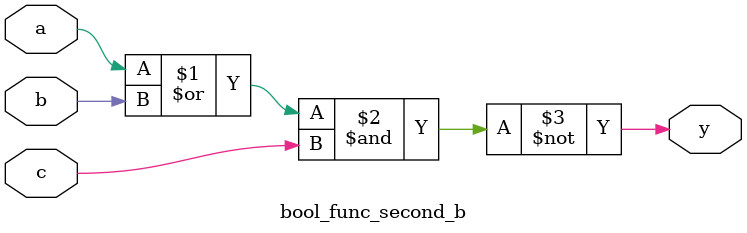
<source format=v>
`timescale 1ns / 1ps

//////////////////////////////////////////////////////////////////////////////////


module bool_func_second_b(
input a,
input b,
input c,
output y
    );
    assign y=~((a|b)&c);
endmodule

</source>
